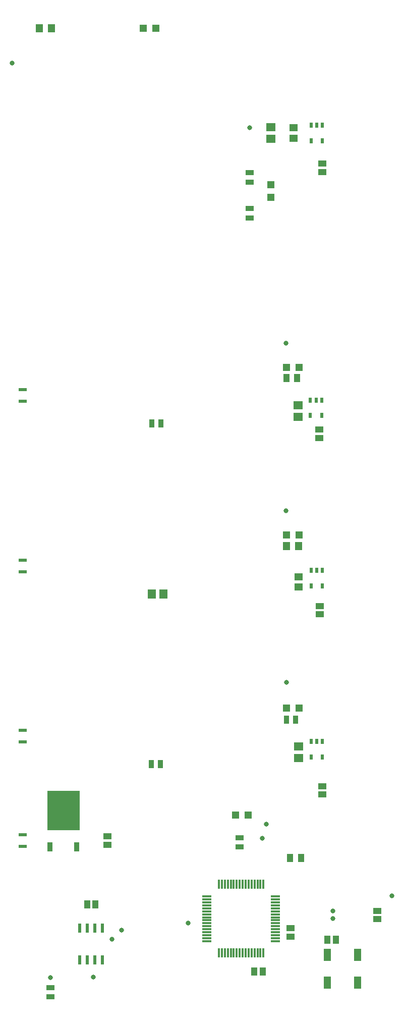
<source format=gtp>
%FSTAX23Y23*%
%MOIN*%
%SFA1B1*%

%IPPOS*%
%AMD23*
4,1,8,0.008900,0.015700,-0.008900,0.015700,-0.010800,0.013800,-0.010800,-0.013800,-0.008900,-0.015700,0.008900,-0.015700,0.010800,-0.013800,0.010800,0.013800,0.008900,0.015700,0.0*
1,1,0.003900,0.008900,0.013800*
1,1,0.003900,-0.008900,0.013800*
1,1,0.003900,-0.008900,-0.013800*
1,1,0.003900,0.008900,-0.013800*
%
%AMD24*
4,1,8,0.008900,0.015500,-0.008900,0.015500,-0.010800,0.013500,-0.010800,-0.013500,-0.008900,-0.015500,0.008900,-0.015500,0.010800,-0.013500,0.010800,0.013500,0.008900,0.015500,0.0*
1,1,0.003900,0.008900,0.013500*
1,1,0.003900,-0.008900,0.013500*
1,1,0.003900,-0.008900,-0.013500*
1,1,0.003900,0.008900,-0.013500*
%
%ADD19R,0.041340X0.055120*%
%ADD20R,0.042000X0.053150*%
%ADD21R,0.053150X0.042000*%
%ADD22R,0.053150X0.043000*%
G04~CAMADD=23~8~0.0~0.0~216.5~315.0~19.5~0.0~15~0.0~0.0~0.0~0.0~0~0.0~0.0~0.0~0.0~0~0.0~0.0~0.0~0.0~216.5~315.0*
%ADD23D23*%
G04~CAMADD=24~8~0.0~0.0~216.5~310.0~19.5~0.0~15~0.0~0.0~0.0~0.0~0~0.0~0.0~0.0~0.0~0~0.0~0.0~0.0~0.0~216.5~310.0*
%ADD24D24*%
%ADD25R,0.061020X0.053150*%
%ADD26R,0.057090X0.045280*%
%ADD27R,0.011810X0.061020*%
%ADD28R,0.061020X0.011810*%
%ADD29R,0.214570X0.259840*%
%ADD30R,0.023620X0.059060*%
%ADD31R,0.035430X0.062990*%
%ADD32C,0.032000*%
%ADD33R,0.047240X0.047240*%
%ADD34R,0.047240X0.047240*%
%ADD35R,0.053150X0.037400*%
%ADD36R,0.037400X0.053150*%
%ADD37R,0.047240X0.057090*%
%ADD38R,0.053150X0.061020*%
%ADD39R,0.051180X0.082680*%
%ADD40R,0.039370X0.053150*%
%ADD41R,0.053150X0.021650*%
%LNchassispowerdistribution_b_1.0_rw-1*%
%LPD*%
G54D19*
X02102Y01D03*
X02177D03*
G54D20*
X00762Y00695D03*
X00817D03*
X0235Y0046D03*
X02405D03*
X01922Y0025D03*
X01867D03*
G54D21*
X0268Y00652D03*
Y00597D03*
X02315Y05587D03*
Y05532D03*
X023Y02665D03*
Y0261D03*
X02315Y01475D03*
Y0142D03*
X02297Y0383D03*
Y03775D03*
G54D22*
X02105Y00538D03*
Y00482D03*
X00895Y01143D03*
Y01087D03*
G54D23*
X02317Y0584D03*
X02242Y05739D03*
X02317D03*
X02312Y04025D03*
X02237Y03924D03*
X02312D03*
X02317Y029D03*
X02242Y02799D03*
X02317D03*
X02317Y0177D03*
X02242Y01669D03*
X02317D03*
G54D24*
X0228Y0584D03*
X02242D03*
X02275Y04025D03*
X02237D03*
X0228Y029D03*
X02242D03*
X0228Y0177D03*
X02242D03*
G54D25*
X0216Y01738D03*
Y01661D03*
X02155Y03991D03*
Y03915D03*
X01974Y0575D03*
Y05826D03*
G54D26*
X0216Y02858D03*
Y0279D03*
X02125Y05823D03*
Y05754D03*
G54D27*
X01927Y00826D03*
X01907D03*
X01888D03*
X01868D03*
X01848D03*
X01829D03*
X01809D03*
X01789D03*
X0177D03*
X0175D03*
X0173D03*
X01711D03*
X01691D03*
X01671D03*
X01652D03*
X01632D03*
Y00373D03*
X01652D03*
X01671D03*
X01691D03*
X01711D03*
X0173D03*
X0175D03*
X0177D03*
X01789D03*
X01809D03*
X01829D03*
X01848D03*
X01868D03*
X01888D03*
X01907D03*
X01927D03*
G54D28*
X01553Y00747D03*
Y00727D03*
Y00708D03*
Y00688D03*
Y00668D03*
Y00649D03*
Y00629D03*
Y00609D03*
Y0059D03*
Y0057D03*
Y0055D03*
Y00531D03*
Y00511D03*
Y00491D03*
Y00472D03*
Y00452D03*
X02006D03*
Y00472D03*
Y00491D03*
Y00511D03*
Y00531D03*
Y0055D03*
Y0057D03*
Y0059D03*
Y00609D03*
Y00629D03*
Y00649D03*
Y00668D03*
Y00688D03*
Y00708D03*
Y00727D03*
Y00747D03*
G54D29*
X00604Y01315D03*
G54D30*
X00762Y00536D03*
X00862Y00327D03*
X00812D03*
X00762D03*
X00712D03*
Y00536D03*
X00812D03*
X00862D03*
G54D31*
X00693Y01074D03*
X00514D03*
G54D32*
X02385Y0065D03*
X02775Y0075D03*
X0052Y0021D03*
X00803Y00213D03*
X0099Y00525D03*
X00925Y00465D03*
X02385Y006D03*
X0192Y0113D03*
X0143Y0057D03*
X01945Y01225D03*
X0208Y0216D03*
X02075Y03295D03*
Y044D03*
X01835Y05825D03*
X00265Y0625D03*
G54D33*
X01975Y05363D03*
Y05446D03*
G54D34*
X01826Y01285D03*
X01743D03*
X02161Y0199D03*
X02078D03*
X02161Y03135D03*
X02078D03*
X02161Y0424D03*
X02078D03*
X01216Y0648D03*
X01133D03*
G54D35*
X0177Y01135D03*
Y01073D03*
X0052Y00145D03*
Y00084D03*
X01835Y05228D03*
Y0529D03*
Y05465D03*
Y05526D03*
G54D36*
X02079Y01915D03*
X0214D03*
X01246Y0162D03*
X01185D03*
X0125Y0387D03*
X01189D03*
G54D37*
X0208Y0306D03*
X02159D03*
X00445Y0648D03*
X00524D03*
G54D38*
X01266Y02745D03*
X0119D03*
G54D39*
X0235Y00179D03*
X0255D03*
Y0036D03*
X0235D03*
G54D40*
X02079Y0417D03*
X0215D03*
G54D41*
X00335Y01153D03*
Y01076D03*
Y04016D03*
Y04093D03*
Y02891D03*
Y02968D03*
Y01766D03*
Y01843D03*
M02*
</source>
